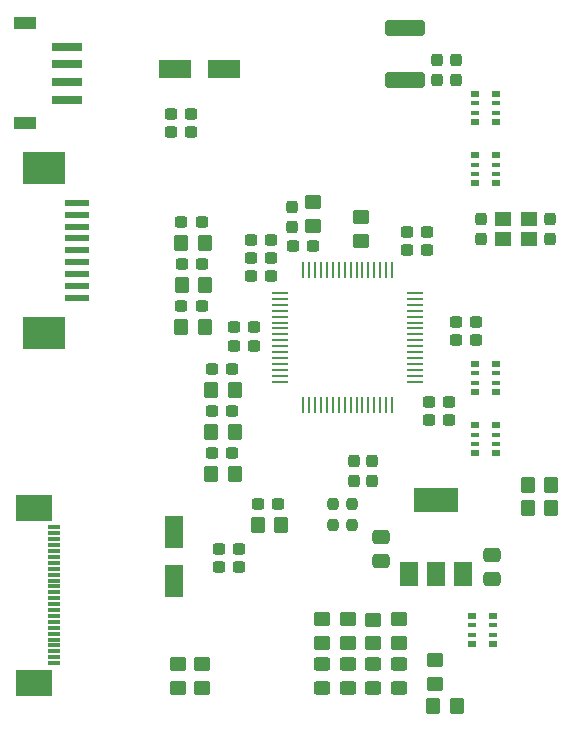
<source format=gbr>
%TF.GenerationSoftware,KiCad,Pcbnew,(5.99.0-12717-g57c7d663b0)*%
%TF.CreationDate,2021-10-22T19:22:41+02:00*%
%TF.ProjectId,video_converter,76696465-6f5f-4636-9f6e-766572746572,rev?*%
%TF.SameCoordinates,Original*%
%TF.FileFunction,Paste,Top*%
%TF.FilePolarity,Positive*%
%FSLAX46Y46*%
G04 Gerber Fmt 4.6, Leading zero omitted, Abs format (unit mm)*
G04 Created by KiCad (PCBNEW (5.99.0-12717-g57c7d663b0)) date 2021-10-22 19:22:41*
%MOMM*%
%LPD*%
G01*
G04 APERTURE LIST*
G04 Aperture macros list*
%AMRoundRect*
0 Rectangle with rounded corners*
0 $1 Rounding radius*
0 $2 $3 $4 $5 $6 $7 $8 $9 X,Y pos of 4 corners*
0 Add a 4 corners polygon primitive as box body*
4,1,4,$2,$3,$4,$5,$6,$7,$8,$9,$2,$3,0*
0 Add four circle primitives for the rounded corners*
1,1,$1+$1,$2,$3*
1,1,$1+$1,$4,$5*
1,1,$1+$1,$6,$7*
1,1,$1+$1,$8,$9*
0 Add four rect primitives between the rounded corners*
20,1,$1+$1,$2,$3,$4,$5,0*
20,1,$1+$1,$4,$5,$6,$7,0*
20,1,$1+$1,$6,$7,$8,$9,0*
20,1,$1+$1,$8,$9,$2,$3,0*%
G04 Aperture macros list end*
%ADD10R,2.000000X0.610000*%
%ADD11R,3.600000X2.680000*%
%ADD12RoundRect,0.250000X-0.450000X0.350000X-0.450000X-0.350000X0.450000X-0.350000X0.450000X0.350000X0*%
%ADD13RoundRect,0.250000X-0.350000X-0.450000X0.350000X-0.450000X0.350000X0.450000X-0.350000X0.450000X0*%
%ADD14RoundRect,0.237500X0.300000X0.237500X-0.300000X0.237500X-0.300000X-0.237500X0.300000X-0.237500X0*%
%ADD15RoundRect,0.237500X-0.300000X-0.237500X0.300000X-0.237500X0.300000X0.237500X-0.300000X0.237500X0*%
%ADD16RoundRect,0.250000X0.450000X-0.350000X0.450000X0.350000X-0.450000X0.350000X-0.450000X-0.350000X0*%
%ADD17RoundRect,0.237500X-0.237500X0.300000X-0.237500X-0.300000X0.237500X-0.300000X0.237500X0.300000X0*%
%ADD18R,0.800000X0.500000*%
%ADD19R,0.800000X0.400000*%
%ADD20RoundRect,0.250000X0.450000X-0.325000X0.450000X0.325000X-0.450000X0.325000X-0.450000X-0.325000X0*%
%ADD21R,1.400000X1.200000*%
%ADD22RoundRect,0.237500X0.237500X-0.300000X0.237500X0.300000X-0.237500X0.300000X-0.237500X-0.300000X0*%
%ADD23RoundRect,0.237500X0.237500X-0.250000X0.237500X0.250000X-0.237500X0.250000X-0.237500X-0.250000X0*%
%ADD24RoundRect,0.250000X0.350000X0.450000X-0.350000X0.450000X-0.350000X-0.450000X0.350000X-0.450000X0*%
%ADD25RoundRect,0.250000X-1.137500X-0.550000X1.137500X-0.550000X1.137500X0.550000X-1.137500X0.550000X0*%
%ADD26RoundRect,0.250000X0.475000X-0.337500X0.475000X0.337500X-0.475000X0.337500X-0.475000X-0.337500X0*%
%ADD27R,1.473200X0.279400*%
%ADD28R,0.279400X1.473200*%
%ADD29R,2.500000X0.700000*%
%ADD30R,1.900000X1.100000*%
%ADD31R,1.100000X0.300000*%
%ADD32R,3.100000X2.300000*%
%ADD33R,1.500000X2.000000*%
%ADD34R,3.800000X2.000000*%
%ADD35RoundRect,0.250000X1.450000X-0.400000X1.450000X0.400000X-1.450000X0.400000X-1.450000X-0.400000X0*%
%ADD36RoundRect,0.250000X-0.550000X1.137500X-0.550000X-1.137500X0.550000X-1.137500X0.550000X1.137500X0*%
G04 APERTURE END LIST*
D10*
%TO.C,J2*%
X123150000Y-75500000D03*
X123150000Y-76500000D03*
X123150000Y-77500000D03*
X123150000Y-78500000D03*
X123150000Y-79500000D03*
X123150000Y-80500000D03*
X123150000Y-81500000D03*
X123150000Y-82500000D03*
X123150000Y-83500000D03*
D11*
X120350000Y-72510000D03*
X120350000Y-86490000D03*
%TD*%
D12*
%TO.C,R16*%
X153416000Y-114189000D03*
X153416000Y-116189000D03*
%TD*%
D13*
%TO.C,R20*%
X161280600Y-101320600D03*
X163280600Y-101320600D03*
%TD*%
%TO.C,R10*%
X131942500Y-85979000D03*
X133942500Y-85979000D03*
%TD*%
D14*
%TO.C,C4*%
X138149500Y-85979000D03*
X136424500Y-85979000D03*
%TD*%
D15*
%TO.C,C24*%
X131963500Y-77089000D03*
X133688500Y-77089000D03*
%TD*%
D16*
%TO.C,R6*%
X150368000Y-112760000D03*
X150368000Y-110760000D03*
%TD*%
D15*
%TO.C,C17*%
X155220500Y-87122000D03*
X156945500Y-87122000D03*
%TD*%
D17*
%TO.C,C13*%
X141351000Y-75845500D03*
X141351000Y-77570500D03*
%TD*%
D18*
%TO.C,RN3*%
X156834000Y-71444000D03*
D19*
X156834000Y-72244000D03*
X156834000Y-73044000D03*
D18*
X156834000Y-73844000D03*
X158634000Y-73844000D03*
D19*
X158634000Y-73044000D03*
X158634000Y-72244000D03*
D18*
X158634000Y-71444000D03*
%TD*%
D20*
%TO.C,D4*%
X150368000Y-116586000D03*
X150368000Y-114536000D03*
%TD*%
D15*
%TO.C,C28*%
X131090500Y-69469000D03*
X132815500Y-69469000D03*
%TD*%
%TO.C,C23*%
X138440500Y-100965000D03*
X140165500Y-100965000D03*
%TD*%
%TO.C,C6*%
X151029500Y-77978000D03*
X152754500Y-77978000D03*
%TD*%
D17*
%TO.C,C10*%
X148082000Y-97308500D03*
X148082000Y-99033500D03*
%TD*%
D20*
%TO.C,D2*%
X146050000Y-116595000D03*
X146050000Y-114545000D03*
%TD*%
D15*
%TO.C,C19*%
X131953000Y-84201000D03*
X133678000Y-84201000D03*
%TD*%
D18*
%TO.C,RN5*%
X156580000Y-110433000D03*
D19*
X156580000Y-111233000D03*
X156580000Y-112033000D03*
D18*
X156580000Y-112833000D03*
X158380000Y-112833000D03*
D19*
X158380000Y-112033000D03*
X158380000Y-111233000D03*
D18*
X158380000Y-110433000D03*
%TD*%
D21*
%TO.C,Y1*%
X159174000Y-78574000D03*
X161374000Y-78574000D03*
X161374000Y-76874000D03*
X159174000Y-76874000D03*
%TD*%
D22*
%TO.C,C1*%
X157353000Y-78586500D03*
X157353000Y-76861500D03*
%TD*%
D23*
%TO.C,R19*%
X144780000Y-102766500D03*
X144780000Y-100941500D03*
%TD*%
D20*
%TO.C,D1*%
X143899000Y-116595000D03*
X143899000Y-114545000D03*
%TD*%
D14*
%TO.C,C8*%
X139546500Y-78613000D03*
X137821500Y-78613000D03*
%TD*%
D20*
%TO.C,D3*%
X148209000Y-116595000D03*
X148209000Y-114545000D03*
%TD*%
D15*
%TO.C,C9*%
X151029500Y-79502000D03*
X152754500Y-79502000D03*
%TD*%
D24*
%TO.C,R17*%
X155305000Y-118110000D03*
X153305000Y-118110000D03*
%TD*%
D25*
%TO.C,C30*%
X131414500Y-64135000D03*
X135539500Y-64135000D03*
%TD*%
D12*
%TO.C,R3*%
X143891000Y-110760000D03*
X143891000Y-112760000D03*
%TD*%
D26*
%TO.C,C34*%
X158242000Y-107336500D03*
X158242000Y-105261500D03*
%TD*%
D22*
%TO.C,C32*%
X155194000Y-65124500D03*
X155194000Y-63399500D03*
%TD*%
D16*
%TO.C,R2*%
X143129000Y-77454000D03*
X143129000Y-75454000D03*
%TD*%
D13*
%TO.C,R15*%
X131953000Y-78867000D03*
X133953000Y-78867000D03*
%TD*%
D12*
%TO.C,R4*%
X146050000Y-110760000D03*
X146050000Y-112760000D03*
%TD*%
D14*
%TO.C,C12*%
X143102500Y-79121000D03*
X141377500Y-79121000D03*
%TD*%
D15*
%TO.C,C22*%
X134519500Y-96647000D03*
X136244500Y-96647000D03*
%TD*%
D18*
%TO.C,RN4*%
X156834000Y-94304000D03*
D19*
X156834000Y-95104000D03*
X156834000Y-95904000D03*
D18*
X156834000Y-96704000D03*
X158634000Y-96704000D03*
D19*
X158634000Y-95904000D03*
X158634000Y-95104000D03*
D18*
X158634000Y-94304000D03*
%TD*%
D13*
%TO.C,R11*%
X134487200Y-91335200D03*
X136487200Y-91335200D03*
%TD*%
D16*
%TO.C,R1*%
X147193000Y-78724000D03*
X147193000Y-76724000D03*
%TD*%
D22*
%TO.C,C29*%
X153640000Y-65124500D03*
X153640000Y-63399500D03*
%TD*%
D14*
%TO.C,C7*%
X138149500Y-87630000D03*
X136424500Y-87630000D03*
%TD*%
D13*
%TO.C,R14*%
X138430000Y-102743000D03*
X140430000Y-102743000D03*
%TD*%
D27*
%TO.C,U1*%
X151765000Y-90627200D03*
X151765000Y-90119200D03*
X151765000Y-89611200D03*
X151765000Y-89128600D03*
X151765000Y-88620600D03*
X151765000Y-88112600D03*
X151765000Y-87630000D03*
X151765000Y-87122000D03*
X151765000Y-86614000D03*
X151765000Y-86106000D03*
X151765000Y-85623400D03*
X151765000Y-85115400D03*
X151765000Y-84607400D03*
X151765000Y-84124800D03*
X151765000Y-83616800D03*
X151765000Y-83108800D03*
D28*
X149809200Y-81153000D03*
X149301200Y-81153000D03*
X148793200Y-81153000D03*
X148310600Y-81153000D03*
X147802600Y-81153000D03*
X147294600Y-81153000D03*
X146812000Y-81153000D03*
X146304000Y-81153000D03*
X145796000Y-81153000D03*
X145288000Y-81153000D03*
X144805400Y-81153000D03*
X144297400Y-81153000D03*
X143789400Y-81153000D03*
X143306800Y-81153000D03*
X142798800Y-81153000D03*
X142290800Y-81153000D03*
D27*
X140335000Y-83108800D03*
X140335000Y-83616800D03*
X140335000Y-84124800D03*
X140335000Y-84607400D03*
X140335000Y-85115400D03*
X140335000Y-85623400D03*
X140335000Y-86106000D03*
X140335000Y-86614000D03*
X140335000Y-87122000D03*
X140335000Y-87630000D03*
X140335000Y-88112600D03*
X140335000Y-88620600D03*
X140335000Y-89128600D03*
X140335000Y-89611200D03*
X140335000Y-90119200D03*
X140335000Y-90627200D03*
D28*
X142290800Y-92583000D03*
X142798800Y-92583000D03*
X143306800Y-92583000D03*
X143789400Y-92583000D03*
X144297400Y-92583000D03*
X144805400Y-92583000D03*
X145288000Y-92583000D03*
X145796000Y-92583000D03*
X146304000Y-92583000D03*
X146812000Y-92583000D03*
X147294600Y-92583000D03*
X147802600Y-92583000D03*
X148310600Y-92583000D03*
X148793200Y-92583000D03*
X149301200Y-92583000D03*
X149809200Y-92583000D03*
%TD*%
D15*
%TO.C,C15*%
X152934500Y-93853000D03*
X154659500Y-93853000D03*
%TD*%
%TO.C,C14*%
X152934500Y-92329000D03*
X154659500Y-92329000D03*
%TD*%
D13*
%TO.C,R13*%
X134509000Y-98425000D03*
X136509000Y-98425000D03*
%TD*%
D14*
%TO.C,C5*%
X139546500Y-80137000D03*
X137821500Y-80137000D03*
%TD*%
D12*
%TO.C,R7*%
X133731000Y-114570000D03*
X133731000Y-116570000D03*
%TD*%
D13*
%TO.C,R8*%
X131985000Y-82423000D03*
X133985000Y-82423000D03*
%TD*%
D29*
%TO.C,J1*%
X122312500Y-62250000D03*
X122312500Y-63750000D03*
X122312500Y-65250000D03*
X122312500Y-66750000D03*
D30*
X118712500Y-60300000D03*
X118712500Y-68700000D03*
%TD*%
D12*
%TO.C,R9*%
X131699000Y-114570000D03*
X131699000Y-116570000D03*
%TD*%
D26*
%TO.C,C33*%
X148844000Y-105812500D03*
X148844000Y-103737500D03*
%TD*%
D18*
%TO.C,RN2*%
X156834000Y-89097000D03*
D19*
X156834000Y-89897000D03*
X156834000Y-90697000D03*
D18*
X156834000Y-91497000D03*
X158634000Y-91497000D03*
D19*
X158634000Y-90697000D03*
X158634000Y-89897000D03*
D18*
X158634000Y-89097000D03*
%TD*%
D13*
%TO.C,R21*%
X161280600Y-99339400D03*
X163280600Y-99339400D03*
%TD*%
%TO.C,R12*%
X134509000Y-94869000D03*
X136509000Y-94869000D03*
%TD*%
D16*
%TO.C,R5*%
X148209000Y-112776000D03*
X148209000Y-110776000D03*
%TD*%
D31*
%TO.C,J6*%
X121219500Y-102962000D03*
X121219500Y-103462000D03*
X121219500Y-103962000D03*
X121219500Y-104462000D03*
X121219500Y-104962000D03*
X121219500Y-105462000D03*
X121219500Y-105962000D03*
X121219500Y-106462000D03*
X121219500Y-106962000D03*
X121219500Y-107462000D03*
X121219500Y-107962000D03*
X121219500Y-108462000D03*
X121219500Y-108962000D03*
X121219500Y-109462000D03*
X121219500Y-109962000D03*
X121219500Y-110462000D03*
X121219500Y-110962000D03*
X121219500Y-111462000D03*
X121219500Y-111962000D03*
X121219500Y-112462000D03*
X121219500Y-112962000D03*
X121219500Y-113462000D03*
X121219500Y-113962000D03*
X121219500Y-114462000D03*
D32*
X119519500Y-101292000D03*
X119519500Y-116132000D03*
%TD*%
D33*
%TO.C,U2*%
X151243000Y-106909000D03*
X153543000Y-106909000D03*
D34*
X153543000Y-100609000D03*
D33*
X155843000Y-106909000D03*
%TD*%
D15*
%TO.C,C26*%
X131090500Y-67945000D03*
X132815500Y-67945000D03*
%TD*%
D18*
%TO.C,RN1*%
X156834000Y-66237000D03*
D19*
X156834000Y-67037000D03*
X156834000Y-67837000D03*
D18*
X156834000Y-68637000D03*
X158634000Y-68637000D03*
D19*
X158634000Y-67837000D03*
X158634000Y-67037000D03*
D18*
X158634000Y-66237000D03*
%TD*%
D15*
%TO.C,C21*%
X134519500Y-93091000D03*
X136244500Y-93091000D03*
%TD*%
D35*
%TO.C,F1*%
X150904000Y-65090000D03*
X150904000Y-60640000D03*
%TD*%
D15*
%TO.C,C20*%
X134519500Y-89535000D03*
X136244500Y-89535000D03*
%TD*%
%TO.C,C18*%
X131995500Y-80645000D03*
X133720500Y-80645000D03*
%TD*%
D23*
%TO.C,R18*%
X146431000Y-102766500D03*
X146431000Y-100941500D03*
%TD*%
D36*
%TO.C,C31*%
X131318000Y-103347500D03*
X131318000Y-107472500D03*
%TD*%
D15*
%TO.C,C16*%
X155220500Y-85598000D03*
X156945500Y-85598000D03*
%TD*%
D17*
%TO.C,C2*%
X163195000Y-76861500D03*
X163195000Y-78586500D03*
%TD*%
D15*
%TO.C,C27*%
X135154500Y-106299000D03*
X136879500Y-106299000D03*
%TD*%
D17*
%TO.C,C11*%
X146558000Y-97308500D03*
X146558000Y-99033500D03*
%TD*%
D15*
%TO.C,C25*%
X135154500Y-104775000D03*
X136879500Y-104775000D03*
%TD*%
%TO.C,C3*%
X137821500Y-81661000D03*
X139546500Y-81661000D03*
%TD*%
M02*

</source>
